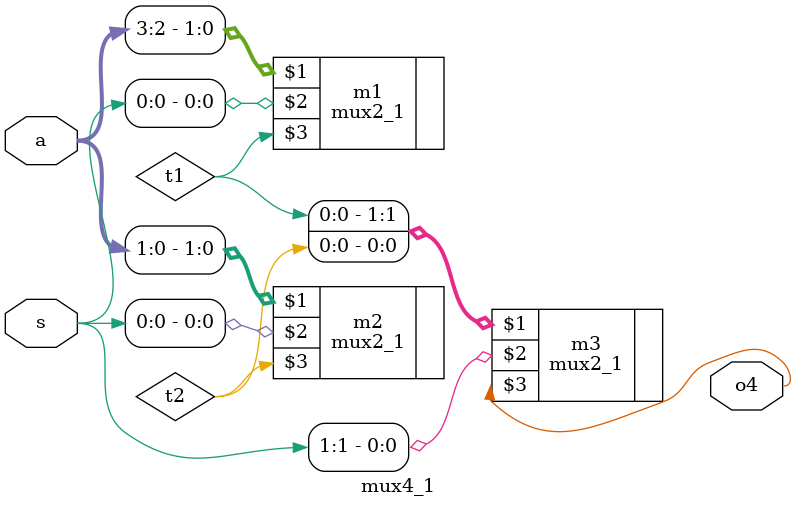
<source format=v>
`timescale 1ns / 1ps
module mux4_1(
    input [3:0] a,
    input [1:0] s,
    output o4
    );
wire t1, t2;

mux2_1 m1(a[3:2], s[0],t1);
mux2_1 m2(a[1:0], s[0],t2);
mux2_1 m3({t1,t2}, s[1],o4);

endmodule

</source>
